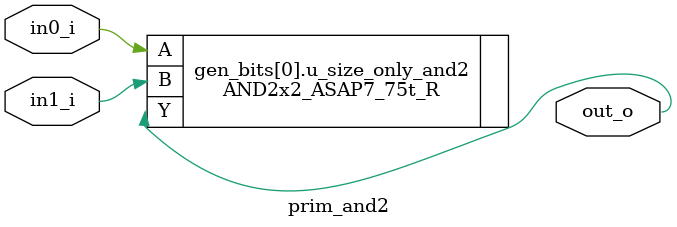
<source format=sv>

module prim_and2 #(
  parameter int Width = 1
) (
  input  logic [Width-1:0] in0_i,
  input  logic [Width-1:0] in1_i,
  output logic [Width-1:0] out_o
);

  for (genvar idx = 0; idx < Width; idx++) begin : gen_bits
    AND2x2_ASAP7_75t_R u_size_only_and2 (
      .A(in0_i[idx]),
      .B(in1_i[idx]),
      .Y(out_o[idx])
    );
  end

endmodule

</source>
